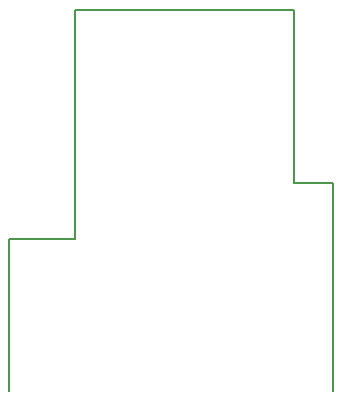
<source format=gbo>
%FSTAX23Y23*%
%MOIN*%
%SFA1B1*%

%IPPOS*%
%ADD12C,0.005000*%
%LNbatt_man_rev2-1*%
%LPD*%
G54D12*
X01615Y02524D02*
Y0329D01*
X02345*
Y02713D02*
Y0329D01*
Y02713D02*
X02475D01*
Y0202D02*
Y02713D01*
X01395Y0202D02*
Y02524D01*
X01615*
M02*
</source>
